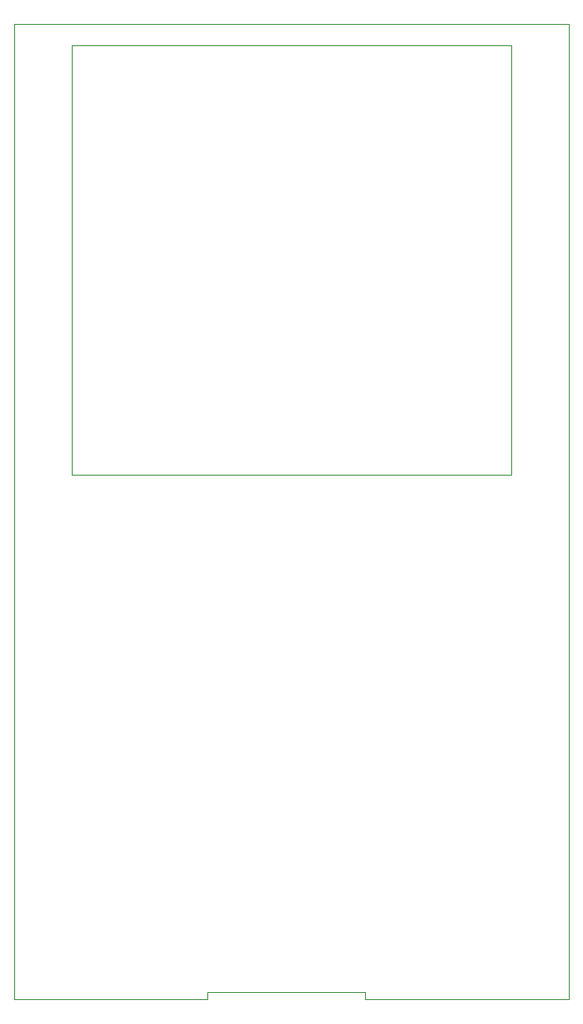
<source format=gbr>
%TF.GenerationSoftware,KiCad,Pcbnew,7.0.10+dfsg-1*%
%TF.CreationDate,2024-02-28T21:18:20+08:00*%
%TF.ProjectId,eink_digit_clk,65696e6b-5f64-4696-9769-745f636c6b2e,rev?*%
%TF.SameCoordinates,Original*%
%TF.FileFunction,Profile,NP*%
%FSLAX46Y46*%
G04 Gerber Fmt 4.6, Leading zero omitted, Abs format (unit mm)*
G04 Created by KiCad (PCBNEW 7.0.10+dfsg-1) date 2024-02-28 21:18:20*
%MOMM*%
%LPD*%
G01*
G04 APERTURE LIST*
%TA.AperFunction,Profile*%
%ADD10C,0.100000*%
%TD*%
G04 APERTURE END LIST*
D10*
X104900000Y-150000000D02*
X104900000Y-149300000D01*
X92000000Y-100000000D02*
X92000000Y-59000000D01*
X134000000Y-59000000D02*
X134000000Y-100000000D01*
X120000000Y-150000000D02*
X139500000Y-150000000D01*
X104900000Y-150000000D02*
X86500000Y-150000000D01*
X86500000Y-150000000D02*
X86500000Y-57000000D01*
X134000000Y-100000000D02*
X92000000Y-100000000D01*
X120000000Y-149300000D02*
X120000000Y-150000000D01*
X139500000Y-57000000D02*
X139500000Y-150000000D01*
X86500000Y-57000000D02*
X139500000Y-57000000D01*
X92000000Y-59000000D02*
X134000000Y-59000000D01*
X104900000Y-149300000D02*
X120000000Y-149300000D01*
M02*

</source>
